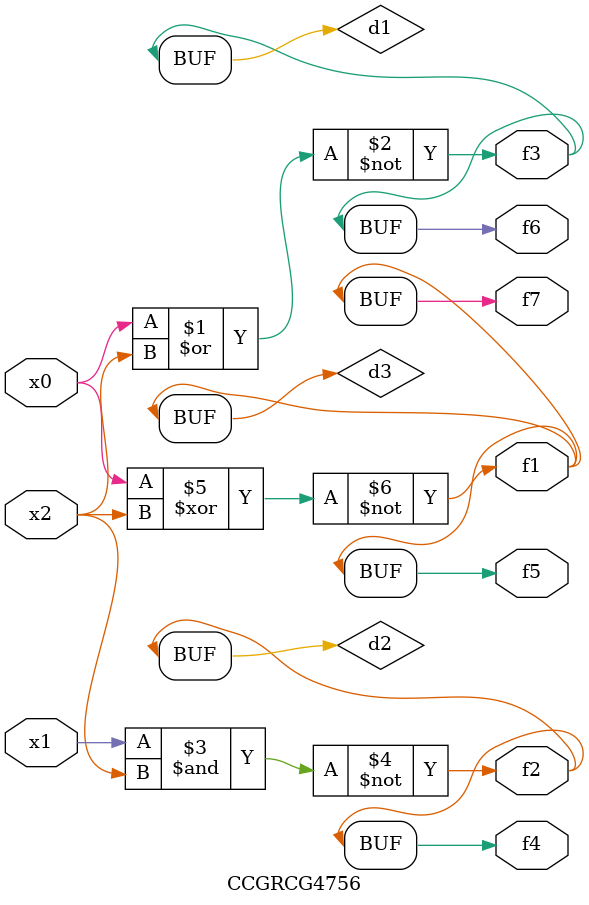
<source format=v>
module CCGRCG4756(
	input x0, x1, x2,
	output f1, f2, f3, f4, f5, f6, f7
);

	wire d1, d2, d3;

	nor (d1, x0, x2);
	nand (d2, x1, x2);
	xnor (d3, x0, x2);
	assign f1 = d3;
	assign f2 = d2;
	assign f3 = d1;
	assign f4 = d2;
	assign f5 = d3;
	assign f6 = d1;
	assign f7 = d3;
endmodule

</source>
